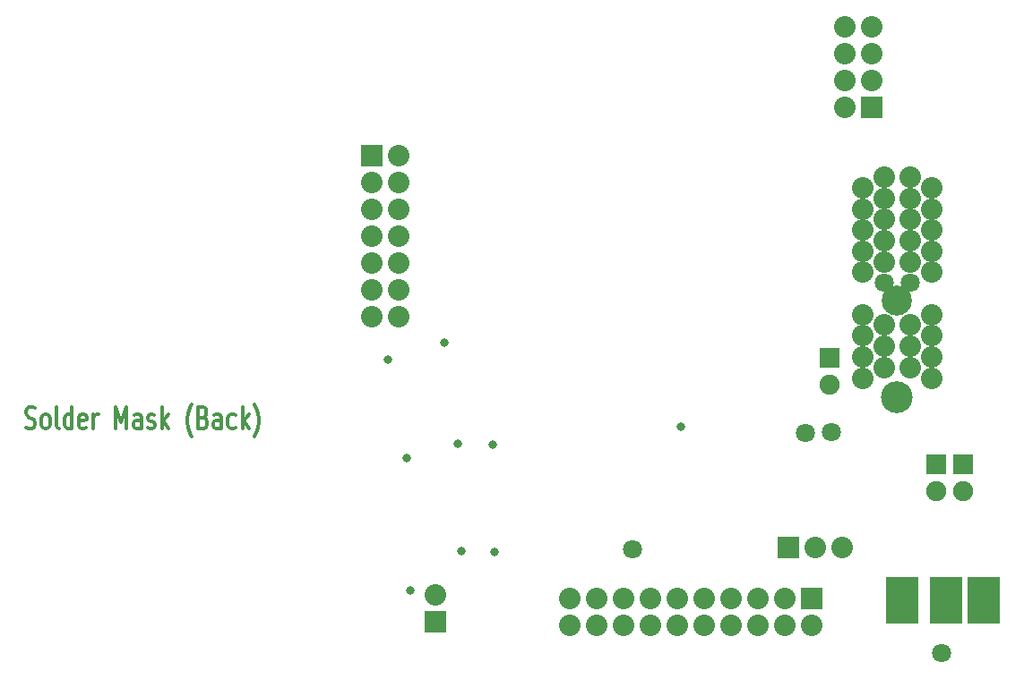
<source format=gbs>
G04 (created by PCBNEW-RS274X (2012-01-19 BZR 3256)-stable) date Sat 06 Oct 2012 21:37:29 BST*
G01*
G70*
G90*
%MOIN*%
G04 Gerber Fmt 3.4, Leading zero omitted, Abs format*
%FSLAX34Y34*%
G04 APERTURE LIST*
%ADD10C,0.006000*%
%ADD11C,0.012000*%
%ADD12C,0.031600*%
%ADD13C,0.070900*%
%ADD14R,0.075000X0.075000*%
%ADD15C,0.075000*%
%ADD16R,0.080000X0.080000*%
%ADD17C,0.080000*%
%ADD18R,0.118400X0.177500*%
%ADD19C,0.071200*%
%ADD20C,0.112500*%
%ADD21C,0.118400*%
G04 APERTURE END LIST*
G54D10*
G54D11*
X07114Y-39203D02*
X07200Y-39241D01*
X07343Y-39241D01*
X07400Y-39203D01*
X07429Y-39165D01*
X07457Y-39088D01*
X07457Y-39012D01*
X07429Y-38936D01*
X07400Y-38898D01*
X07343Y-38860D01*
X07229Y-38822D01*
X07171Y-38784D01*
X07143Y-38746D01*
X07114Y-38669D01*
X07114Y-38593D01*
X07143Y-38517D01*
X07171Y-38479D01*
X07229Y-38441D01*
X07371Y-38441D01*
X07457Y-38479D01*
X07800Y-39241D02*
X07742Y-39203D01*
X07714Y-39165D01*
X07685Y-39088D01*
X07685Y-38860D01*
X07714Y-38784D01*
X07742Y-38746D01*
X07800Y-38707D01*
X07885Y-38707D01*
X07942Y-38746D01*
X07971Y-38784D01*
X08000Y-38860D01*
X08000Y-39088D01*
X07971Y-39165D01*
X07942Y-39203D01*
X07885Y-39241D01*
X07800Y-39241D01*
X08343Y-39241D02*
X08285Y-39203D01*
X08257Y-39127D01*
X08257Y-38441D01*
X08828Y-39241D02*
X08828Y-38441D01*
X08828Y-39203D02*
X08771Y-39241D01*
X08657Y-39241D01*
X08599Y-39203D01*
X08571Y-39165D01*
X08542Y-39088D01*
X08542Y-38860D01*
X08571Y-38784D01*
X08599Y-38746D01*
X08657Y-38707D01*
X08771Y-38707D01*
X08828Y-38746D01*
X09342Y-39203D02*
X09285Y-39241D01*
X09171Y-39241D01*
X09114Y-39203D01*
X09085Y-39127D01*
X09085Y-38822D01*
X09114Y-38746D01*
X09171Y-38707D01*
X09285Y-38707D01*
X09342Y-38746D01*
X09371Y-38822D01*
X09371Y-38898D01*
X09085Y-38974D01*
X09628Y-39241D02*
X09628Y-38707D01*
X09628Y-38860D02*
X09656Y-38784D01*
X09685Y-38746D01*
X09742Y-38707D01*
X09799Y-38707D01*
X10456Y-39241D02*
X10456Y-38441D01*
X10656Y-39012D01*
X10856Y-38441D01*
X10856Y-39241D01*
X11399Y-39241D02*
X11399Y-38822D01*
X11370Y-38746D01*
X11313Y-38707D01*
X11199Y-38707D01*
X11142Y-38746D01*
X11399Y-39203D02*
X11342Y-39241D01*
X11199Y-39241D01*
X11142Y-39203D01*
X11113Y-39127D01*
X11113Y-39050D01*
X11142Y-38974D01*
X11199Y-38936D01*
X11342Y-38936D01*
X11399Y-38898D01*
X11656Y-39203D02*
X11713Y-39241D01*
X11828Y-39241D01*
X11885Y-39203D01*
X11913Y-39127D01*
X11913Y-39088D01*
X11885Y-39012D01*
X11828Y-38974D01*
X11742Y-38974D01*
X11685Y-38936D01*
X11656Y-38860D01*
X11656Y-38822D01*
X11685Y-38746D01*
X11742Y-38707D01*
X11828Y-38707D01*
X11885Y-38746D01*
X12171Y-39241D02*
X12171Y-38441D01*
X12228Y-38936D02*
X12399Y-39241D01*
X12399Y-38707D02*
X12171Y-39012D01*
X13285Y-39546D02*
X13257Y-39507D01*
X13200Y-39393D01*
X13171Y-39317D01*
X13142Y-39203D01*
X13114Y-39012D01*
X13114Y-38860D01*
X13142Y-38669D01*
X13171Y-38555D01*
X13200Y-38479D01*
X13257Y-38365D01*
X13285Y-38327D01*
X13714Y-38822D02*
X13800Y-38860D01*
X13828Y-38898D01*
X13857Y-38974D01*
X13857Y-39088D01*
X13828Y-39165D01*
X13800Y-39203D01*
X13742Y-39241D01*
X13514Y-39241D01*
X13514Y-38441D01*
X13714Y-38441D01*
X13771Y-38479D01*
X13800Y-38517D01*
X13828Y-38593D01*
X13828Y-38669D01*
X13800Y-38746D01*
X13771Y-38784D01*
X13714Y-38822D01*
X13514Y-38822D01*
X14371Y-39241D02*
X14371Y-38822D01*
X14342Y-38746D01*
X14285Y-38707D01*
X14171Y-38707D01*
X14114Y-38746D01*
X14371Y-39203D02*
X14314Y-39241D01*
X14171Y-39241D01*
X14114Y-39203D01*
X14085Y-39127D01*
X14085Y-39050D01*
X14114Y-38974D01*
X14171Y-38936D01*
X14314Y-38936D01*
X14371Y-38898D01*
X14914Y-39203D02*
X14857Y-39241D01*
X14743Y-39241D01*
X14685Y-39203D01*
X14657Y-39165D01*
X14628Y-39088D01*
X14628Y-38860D01*
X14657Y-38784D01*
X14685Y-38746D01*
X14743Y-38707D01*
X14857Y-38707D01*
X14914Y-38746D01*
X15171Y-39241D02*
X15171Y-38441D01*
X15228Y-38936D02*
X15399Y-39241D01*
X15399Y-38707D02*
X15171Y-39012D01*
X15600Y-39546D02*
X15628Y-39507D01*
X15685Y-39393D01*
X15714Y-39317D01*
X15743Y-39203D01*
X15771Y-39012D01*
X15771Y-38860D01*
X15743Y-38669D01*
X15714Y-38555D01*
X15685Y-38479D01*
X15628Y-38365D01*
X15600Y-38327D01*
G54D12*
X22685Y-36035D03*
G54D13*
X29685Y-43750D03*
X36122Y-39390D03*
X37067Y-39380D03*
G54D14*
X40994Y-40573D03*
G54D15*
X40994Y-41573D03*
G54D12*
X31496Y-39173D03*
X20571Y-36683D03*
X23327Y-43789D03*
X24547Y-43848D03*
X21427Y-45266D03*
X23189Y-39793D03*
X24478Y-39823D03*
X21270Y-40344D03*
G54D16*
X36346Y-45577D03*
G54D17*
X36346Y-46577D03*
X35346Y-45577D03*
X35346Y-46577D03*
X34346Y-45577D03*
X34346Y-46577D03*
X33346Y-45577D03*
X33346Y-46577D03*
X32346Y-45577D03*
X32346Y-46577D03*
X31346Y-45577D03*
X31346Y-46577D03*
X30346Y-45577D03*
X30346Y-46577D03*
X29346Y-45577D03*
X29346Y-46577D03*
X28346Y-45577D03*
X28346Y-46577D03*
X27346Y-45577D03*
X27346Y-46577D03*
G54D16*
X22343Y-46445D03*
G54D17*
X22343Y-45445D03*
G54D18*
X39720Y-45642D03*
X41334Y-45642D03*
X42751Y-45642D03*
G54D19*
X41196Y-47611D03*
G54D14*
X37008Y-36616D03*
G54D15*
X37008Y-37616D03*
G54D14*
X41988Y-40573D03*
G54D15*
X41988Y-41573D03*
G54D16*
X19976Y-29083D03*
G54D17*
X20976Y-29083D03*
X19976Y-30083D03*
X20976Y-30083D03*
X19976Y-31083D03*
X20976Y-31083D03*
X19976Y-32083D03*
X20976Y-32083D03*
X19976Y-33083D03*
X20976Y-33083D03*
X19976Y-34083D03*
X20976Y-34083D03*
X19976Y-35083D03*
X20976Y-35083D03*
G54D16*
X38594Y-27280D03*
G54D17*
X37594Y-27280D03*
X38594Y-26280D03*
X37594Y-26280D03*
X38594Y-25280D03*
X37594Y-25280D03*
X38594Y-24280D03*
X37594Y-24280D03*
G54D16*
X35486Y-43681D03*
G54D17*
X36486Y-43681D03*
X37486Y-43681D03*
X40807Y-33416D03*
X40020Y-33022D03*
X40807Y-32628D03*
X40020Y-32235D03*
X40807Y-31841D03*
X40020Y-31447D03*
X40807Y-31054D03*
X40020Y-30660D03*
X40807Y-30266D03*
X40020Y-29872D03*
G54D19*
X40020Y-33810D03*
G54D20*
X39528Y-34459D03*
G54D17*
X40808Y-34991D03*
X40020Y-35385D03*
X40808Y-35778D03*
X40020Y-36172D03*
X40808Y-36566D03*
X40020Y-36959D03*
X40808Y-37353D03*
X39036Y-29873D03*
X38249Y-30266D03*
X39036Y-30660D03*
X38249Y-31054D03*
X39036Y-31447D03*
X38249Y-31841D03*
X39036Y-32235D03*
X38249Y-32629D03*
X39036Y-33022D03*
X38249Y-33416D03*
G54D19*
X39036Y-33810D03*
G54D17*
X38249Y-34991D03*
X39036Y-35385D03*
X38249Y-35778D03*
X39036Y-36172D03*
X38249Y-36566D03*
X39036Y-36959D03*
X38249Y-37353D03*
G54D21*
X39528Y-38062D03*
M02*

</source>
